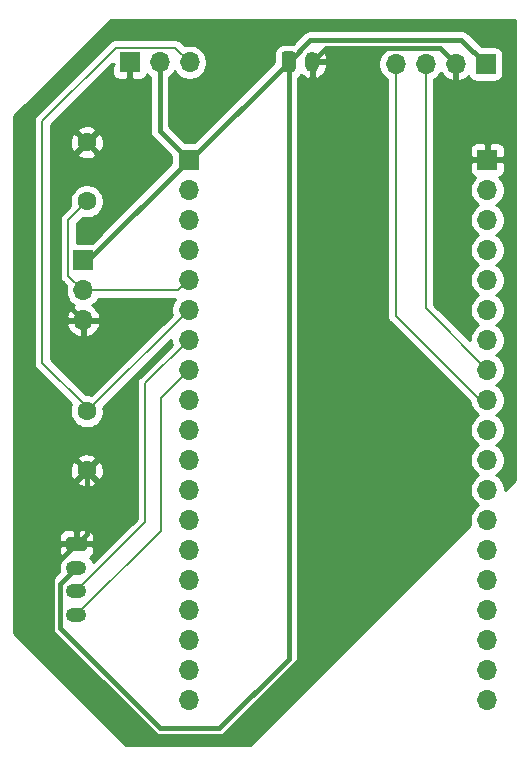
<source format=gtl>
G04 #@! TF.GenerationSoftware,KiCad,Pcbnew,5.1.10*
G04 #@! TF.CreationDate,2021-12-04T16:20:11-06:00*
G04 #@! TF.ProjectId,estacion-esp32,65737461-6369-46f6-9e2d-65737033322e,rev?*
G04 #@! TF.SameCoordinates,Original*
G04 #@! TF.FileFunction,Copper,L1,Top*
G04 #@! TF.FilePolarity,Positive*
%FSLAX46Y46*%
G04 Gerber Fmt 4.6, Leading zero omitted, Abs format (unit mm)*
G04 Created by KiCad (PCBNEW 5.1.10) date 2021-12-04 16:20:11*
%MOMM*%
%LPD*%
G01*
G04 APERTURE LIST*
G04 #@! TA.AperFunction,ComponentPad*
%ADD10C,1.600000*%
G04 #@! TD*
G04 #@! TA.AperFunction,ComponentPad*
%ADD11O,1.750000X1.200000*%
G04 #@! TD*
G04 #@! TA.AperFunction,ComponentPad*
%ADD12O,1.700000X1.700000*%
G04 #@! TD*
G04 #@! TA.AperFunction,ComponentPad*
%ADD13R,1.700000X1.700000*%
G04 #@! TD*
G04 #@! TA.AperFunction,ComponentPad*
%ADD14O,1.200000X1.750000*%
G04 #@! TD*
G04 #@! TA.AperFunction,ViaPad*
%ADD15C,0.800000*%
G04 #@! TD*
G04 #@! TA.AperFunction,Conductor*
%ADD16C,0.400000*%
G04 #@! TD*
G04 #@! TA.AperFunction,Conductor*
%ADD17C,0.200000*%
G04 #@! TD*
G04 #@! TA.AperFunction,Conductor*
%ADD18C,0.254000*%
G04 #@! TD*
G04 #@! TA.AperFunction,Conductor*
%ADD19C,0.100000*%
G04 #@! TD*
G04 APERTURE END LIST*
D10*
X132130800Y-98370400D03*
X132130800Y-93370400D03*
D11*
X131267200Y-110597200D03*
X131267200Y-108597200D03*
X131267200Y-106597200D03*
G04 #@! TA.AperFunction,ComponentPad*
G36*
G01*
X130642199Y-103997200D02*
X131892201Y-103997200D01*
G75*
G02*
X132142200Y-104247199I0J-249999D01*
G01*
X132142200Y-104947201D01*
G75*
G02*
X131892201Y-105197200I-249999J0D01*
G01*
X130642199Y-105197200D01*
G75*
G02*
X130392200Y-104947201I0J249999D01*
G01*
X130392200Y-104247199D01*
G75*
G02*
X130642199Y-103997200I249999J0D01*
G01*
G37*
G04 #@! TD.AperFunction*
D12*
X158292800Y-63957200D03*
X160832800Y-63957200D03*
X163372800Y-63957200D03*
D13*
X165912800Y-63957200D03*
D12*
X140779500Y-117792500D03*
X140779500Y-115252500D03*
X140779500Y-112712500D03*
X140779500Y-110172500D03*
X140779500Y-107632500D03*
X140779500Y-105092500D03*
X140779500Y-102552500D03*
X140779500Y-100012500D03*
X140779500Y-97472500D03*
X140779500Y-94932500D03*
X140779500Y-92392500D03*
X140779500Y-89852500D03*
X140779500Y-87312500D03*
X140779500Y-84772500D03*
X140779500Y-82232500D03*
X140779500Y-79692500D03*
X140779500Y-77152500D03*
X140779500Y-74612500D03*
D13*
X140779500Y-72072500D03*
X135763000Y-63817500D03*
D12*
X138303000Y-63817500D03*
X140843000Y-63817500D03*
G04 #@! TA.AperFunction,ComponentPad*
G36*
G01*
X148625000Y-64379001D02*
X148625000Y-63128999D01*
G75*
G02*
X148874999Y-62879000I249999J0D01*
G01*
X149575001Y-62879000D01*
G75*
G02*
X149825000Y-63128999I0J-249999D01*
G01*
X149825000Y-64379001D01*
G75*
G02*
X149575001Y-64629000I-249999J0D01*
G01*
X148874999Y-64629000D01*
G75*
G02*
X148625000Y-64379001I0J249999D01*
G01*
G37*
G04 #@! TD.AperFunction*
D14*
X151225000Y-63754000D03*
D10*
X132130800Y-75590400D03*
X132130800Y-70590400D03*
D12*
X166052500Y-117792500D03*
X166052500Y-115252500D03*
X166052500Y-112712500D03*
X166052500Y-110172500D03*
X166052500Y-107632500D03*
X166052500Y-105092500D03*
X166052500Y-102552500D03*
X166052500Y-100012500D03*
X166052500Y-97472500D03*
X166052500Y-94932500D03*
X166052500Y-92392500D03*
X166052500Y-89852500D03*
X166052500Y-87312500D03*
X166052500Y-84772500D03*
X166052500Y-82232500D03*
X166052500Y-79692500D03*
X166052500Y-77152500D03*
X166052500Y-74612500D03*
D13*
X166052500Y-72072500D03*
D12*
X131826500Y-85661500D03*
X131826500Y-83121500D03*
D13*
X131826500Y-80581500D03*
D15*
X135699500Y-68427600D03*
D16*
X140779500Y-72072500D02*
X140906500Y-72072500D01*
X140906500Y-72072500D02*
X149225000Y-63754000D01*
X138303000Y-69596000D02*
X140779500Y-72072500D01*
X138303000Y-63817500D02*
X138303000Y-69596000D01*
X129892191Y-107972209D02*
X131267200Y-106597200D01*
X129892191Y-111731190D02*
X129892191Y-107972209D01*
X138353801Y-120192800D02*
X129892191Y-111731190D01*
X149225000Y-63754000D02*
X149225000Y-114300000D01*
X143332200Y-120192800D02*
X138353801Y-120192800D01*
X149225000Y-114300000D02*
X143332200Y-120192800D01*
X132270500Y-80581500D02*
X140779500Y-72072500D01*
X131826500Y-80581500D02*
X132270500Y-80581500D01*
X149225000Y-63754000D02*
X151071812Y-61907188D01*
X151071812Y-61907188D02*
X163862788Y-61907188D01*
X163862788Y-61907188D02*
X165912800Y-63957200D01*
X151410499Y-63939499D02*
X151225000Y-63754000D01*
X166052500Y-72072500D02*
X166248001Y-71876999D01*
X135763000Y-63817500D02*
X135763000Y-68364100D01*
X132130800Y-70590400D02*
X134293600Y-68427600D01*
X135763000Y-68364100D02*
X135699500Y-68427600D01*
X134293600Y-68427600D02*
X135699500Y-68427600D01*
X151225000Y-113341400D02*
X151225000Y-63754000D01*
X143673589Y-120892811D02*
X151225000Y-113341400D01*
X138063847Y-120892811D02*
X143673589Y-120892811D01*
X129192180Y-112021144D02*
X138063847Y-120892811D01*
X129192180Y-106672220D02*
X129192180Y-112021144D01*
X131267200Y-104597200D02*
X129192180Y-106672220D01*
X129590800Y-73130400D02*
X129590800Y-83425800D01*
X129590800Y-83425800D02*
X131826500Y-85661500D01*
X132130800Y-70590400D02*
X129590800Y-73130400D01*
X163372800Y-70642800D02*
X163372800Y-63957200D01*
X164802500Y-72072500D02*
X163372800Y-70642800D01*
X166052500Y-72072500D02*
X164802500Y-72072500D01*
X152371801Y-62607199D02*
X151225000Y-63754000D01*
X162022799Y-62607199D02*
X152371801Y-62607199D01*
X163372800Y-63957200D02*
X162022799Y-62607199D01*
X132130800Y-103733600D02*
X131267200Y-104597200D01*
X132130800Y-98370400D02*
X132130800Y-103733600D01*
D17*
X140779500Y-82558502D02*
X140779500Y-82232500D01*
X130576499Y-81871499D02*
X131826500Y-83121500D01*
X130576499Y-77144701D02*
X130576499Y-81871499D01*
X132130800Y-75590400D02*
X130576499Y-77144701D01*
X139890500Y-83121500D02*
X140779500Y-82232500D01*
X131826500Y-83121500D02*
X139890500Y-83121500D01*
X140843000Y-63817500D02*
X140906500Y-63817500D01*
X140728700Y-84772500D02*
X140779500Y-84772500D01*
X140843000Y-63817500D02*
X139592999Y-62567499D01*
X139592999Y-62567499D02*
X134592999Y-62567499D01*
X134592999Y-62567499D02*
X128371600Y-68788898D01*
X128371600Y-68788898D02*
X128371600Y-89255600D01*
X132181600Y-93370400D02*
X132130800Y-93370400D01*
X132130800Y-93014800D02*
X132130800Y-93370400D01*
X128371600Y-89255600D02*
X132130800Y-93014800D01*
X140779500Y-84772500D02*
X132181600Y-93370400D01*
X158292800Y-85285798D02*
X158292800Y-63957200D01*
X165399502Y-92392500D02*
X158292800Y-85285798D01*
X166052500Y-92392500D02*
X165399502Y-92392500D01*
X160832800Y-84632800D02*
X160832800Y-63957200D01*
X166052500Y-89852500D02*
X160832800Y-84632800D01*
X140779500Y-87312500D02*
X137096500Y-90995500D01*
X137096500Y-102767900D02*
X131267200Y-108597200D01*
X137096500Y-90995500D02*
X137096500Y-102767900D01*
X131287000Y-110597200D02*
X131267200Y-110597200D01*
X138404600Y-103459800D02*
X131267200Y-110597200D01*
X138404600Y-92227400D02*
X138404600Y-103459800D01*
X140779500Y-89852500D02*
X138404600Y-92227400D01*
D18*
X168376600Y-99210594D02*
X167537500Y-100049694D01*
X167537500Y-99866240D01*
X167480432Y-99579342D01*
X167368490Y-99309089D01*
X167205975Y-99065868D01*
X166999132Y-98859025D01*
X166824740Y-98742500D01*
X166999132Y-98625975D01*
X167205975Y-98419132D01*
X167368490Y-98175911D01*
X167480432Y-97905658D01*
X167537500Y-97618760D01*
X167537500Y-97326240D01*
X167480432Y-97039342D01*
X167368490Y-96769089D01*
X167205975Y-96525868D01*
X166999132Y-96319025D01*
X166824740Y-96202500D01*
X166999132Y-96085975D01*
X167205975Y-95879132D01*
X167368490Y-95635911D01*
X167480432Y-95365658D01*
X167537500Y-95078760D01*
X167537500Y-94786240D01*
X167480432Y-94499342D01*
X167368490Y-94229089D01*
X167205975Y-93985868D01*
X166999132Y-93779025D01*
X166824740Y-93662500D01*
X166999132Y-93545975D01*
X167205975Y-93339132D01*
X167368490Y-93095911D01*
X167480432Y-92825658D01*
X167537500Y-92538760D01*
X167537500Y-92246240D01*
X167480432Y-91959342D01*
X167368490Y-91689089D01*
X167205975Y-91445868D01*
X166999132Y-91239025D01*
X166824740Y-91122500D01*
X166999132Y-91005975D01*
X167205975Y-90799132D01*
X167368490Y-90555911D01*
X167480432Y-90285658D01*
X167537500Y-89998760D01*
X167537500Y-89706240D01*
X167480432Y-89419342D01*
X167368490Y-89149089D01*
X167205975Y-88905868D01*
X166999132Y-88699025D01*
X166824740Y-88582500D01*
X166999132Y-88465975D01*
X167205975Y-88259132D01*
X167368490Y-88015911D01*
X167480432Y-87745658D01*
X167537500Y-87458760D01*
X167537500Y-87166240D01*
X167480432Y-86879342D01*
X167368490Y-86609089D01*
X167205975Y-86365868D01*
X166999132Y-86159025D01*
X166824740Y-86042500D01*
X166999132Y-85925975D01*
X167205975Y-85719132D01*
X167368490Y-85475911D01*
X167480432Y-85205658D01*
X167537500Y-84918760D01*
X167537500Y-84626240D01*
X167480432Y-84339342D01*
X167368490Y-84069089D01*
X167205975Y-83825868D01*
X166999132Y-83619025D01*
X166824740Y-83502500D01*
X166999132Y-83385975D01*
X167205975Y-83179132D01*
X167368490Y-82935911D01*
X167480432Y-82665658D01*
X167537500Y-82378760D01*
X167537500Y-82086240D01*
X167480432Y-81799342D01*
X167368490Y-81529089D01*
X167205975Y-81285868D01*
X166999132Y-81079025D01*
X166824740Y-80962500D01*
X166999132Y-80845975D01*
X167205975Y-80639132D01*
X167368490Y-80395911D01*
X167480432Y-80125658D01*
X167537500Y-79838760D01*
X167537500Y-79546240D01*
X167480432Y-79259342D01*
X167368490Y-78989089D01*
X167205975Y-78745868D01*
X166999132Y-78539025D01*
X166824740Y-78422500D01*
X166999132Y-78305975D01*
X167205975Y-78099132D01*
X167368490Y-77855911D01*
X167480432Y-77585658D01*
X167537500Y-77298760D01*
X167537500Y-77006240D01*
X167480432Y-76719342D01*
X167368490Y-76449089D01*
X167205975Y-76205868D01*
X166999132Y-75999025D01*
X166824740Y-75882500D01*
X166999132Y-75765975D01*
X167205975Y-75559132D01*
X167368490Y-75315911D01*
X167480432Y-75045658D01*
X167537500Y-74758760D01*
X167537500Y-74466240D01*
X167480432Y-74179342D01*
X167368490Y-73909089D01*
X167205975Y-73665868D01*
X167074120Y-73534013D01*
X167146680Y-73512002D01*
X167256994Y-73453037D01*
X167353685Y-73373685D01*
X167433037Y-73276994D01*
X167492002Y-73166680D01*
X167528312Y-73046982D01*
X167540572Y-72922500D01*
X167537500Y-72358250D01*
X167378750Y-72199500D01*
X166179500Y-72199500D01*
X166179500Y-72219500D01*
X165925500Y-72219500D01*
X165925500Y-72199500D01*
X164726250Y-72199500D01*
X164567500Y-72358250D01*
X164564428Y-72922500D01*
X164576688Y-73046982D01*
X164612998Y-73166680D01*
X164671963Y-73276994D01*
X164751315Y-73373685D01*
X164848006Y-73453037D01*
X164958320Y-73512002D01*
X165030880Y-73534013D01*
X164899025Y-73665868D01*
X164736510Y-73909089D01*
X164624568Y-74179342D01*
X164567500Y-74466240D01*
X164567500Y-74758760D01*
X164624568Y-75045658D01*
X164736510Y-75315911D01*
X164899025Y-75559132D01*
X165105868Y-75765975D01*
X165280260Y-75882500D01*
X165105868Y-75999025D01*
X164899025Y-76205868D01*
X164736510Y-76449089D01*
X164624568Y-76719342D01*
X164567500Y-77006240D01*
X164567500Y-77298760D01*
X164624568Y-77585658D01*
X164736510Y-77855911D01*
X164899025Y-78099132D01*
X165105868Y-78305975D01*
X165280260Y-78422500D01*
X165105868Y-78539025D01*
X164899025Y-78745868D01*
X164736510Y-78989089D01*
X164624568Y-79259342D01*
X164567500Y-79546240D01*
X164567500Y-79838760D01*
X164624568Y-80125658D01*
X164736510Y-80395911D01*
X164899025Y-80639132D01*
X165105868Y-80845975D01*
X165280260Y-80962500D01*
X165105868Y-81079025D01*
X164899025Y-81285868D01*
X164736510Y-81529089D01*
X164624568Y-81799342D01*
X164567500Y-82086240D01*
X164567500Y-82378760D01*
X164624568Y-82665658D01*
X164736510Y-82935911D01*
X164899025Y-83179132D01*
X165105868Y-83385975D01*
X165280260Y-83502500D01*
X165105868Y-83619025D01*
X164899025Y-83825868D01*
X164736510Y-84069089D01*
X164624568Y-84339342D01*
X164567500Y-84626240D01*
X164567500Y-84918760D01*
X164624568Y-85205658D01*
X164736510Y-85475911D01*
X164899025Y-85719132D01*
X165105868Y-85925975D01*
X165280260Y-86042500D01*
X165105868Y-86159025D01*
X164899025Y-86365868D01*
X164736510Y-86609089D01*
X164624568Y-86879342D01*
X164567500Y-87166240D01*
X164567500Y-87328053D01*
X161567800Y-84328354D01*
X161567800Y-71222500D01*
X164564428Y-71222500D01*
X164567500Y-71786750D01*
X164726250Y-71945500D01*
X165925500Y-71945500D01*
X165925500Y-70746250D01*
X166179500Y-70746250D01*
X166179500Y-71945500D01*
X167378750Y-71945500D01*
X167537500Y-71786750D01*
X167540572Y-71222500D01*
X167528312Y-71098018D01*
X167492002Y-70978320D01*
X167433037Y-70868006D01*
X167353685Y-70771315D01*
X167256994Y-70691963D01*
X167146680Y-70632998D01*
X167026982Y-70596688D01*
X166902500Y-70584428D01*
X166338250Y-70587500D01*
X166179500Y-70746250D01*
X165925500Y-70746250D01*
X165766750Y-70587500D01*
X165202500Y-70584428D01*
X165078018Y-70596688D01*
X164958320Y-70632998D01*
X164848006Y-70691963D01*
X164751315Y-70771315D01*
X164671963Y-70868006D01*
X164612998Y-70978320D01*
X164576688Y-71098018D01*
X164564428Y-71222500D01*
X161567800Y-71222500D01*
X161567800Y-65252083D01*
X161779432Y-65110675D01*
X161986275Y-64903832D01*
X162107995Y-64721666D01*
X162177622Y-64838555D01*
X162372531Y-65054788D01*
X162605880Y-65228841D01*
X162868701Y-65354025D01*
X163015910Y-65398676D01*
X163245800Y-65277355D01*
X163245800Y-64084200D01*
X163225800Y-64084200D01*
X163225800Y-63830200D01*
X163245800Y-63830200D01*
X163245800Y-63810200D01*
X163499800Y-63810200D01*
X163499800Y-63830200D01*
X163519800Y-63830200D01*
X163519800Y-64084200D01*
X163499800Y-64084200D01*
X163499800Y-65277355D01*
X163729690Y-65398676D01*
X163876899Y-65354025D01*
X164139720Y-65228841D01*
X164373069Y-65054788D01*
X164448834Y-64970734D01*
X164473298Y-65051380D01*
X164532263Y-65161694D01*
X164611615Y-65258385D01*
X164708306Y-65337737D01*
X164818620Y-65396702D01*
X164938318Y-65433012D01*
X165062800Y-65445272D01*
X166762800Y-65445272D01*
X166887282Y-65433012D01*
X167006980Y-65396702D01*
X167117294Y-65337737D01*
X167213985Y-65258385D01*
X167293337Y-65161694D01*
X167352302Y-65051380D01*
X167388612Y-64931682D01*
X167400872Y-64807200D01*
X167400872Y-63107200D01*
X167388612Y-62982718D01*
X167352302Y-62863020D01*
X167293337Y-62752706D01*
X167213985Y-62656015D01*
X167117294Y-62576663D01*
X167006980Y-62517698D01*
X166887282Y-62481388D01*
X166762800Y-62469128D01*
X165605596Y-62469128D01*
X164482234Y-61345767D01*
X164456079Y-61313897D01*
X164328934Y-61209552D01*
X164183875Y-61132016D01*
X164026477Y-61084270D01*
X163903807Y-61072188D01*
X163903806Y-61072188D01*
X163862788Y-61068148D01*
X163821770Y-61072188D01*
X151112830Y-61072188D01*
X151071812Y-61068148D01*
X151030794Y-61072188D01*
X151030793Y-61072188D01*
X150908123Y-61084270D01*
X150750725Y-61132016D01*
X150605666Y-61209552D01*
X150478521Y-61313897D01*
X150452375Y-61345756D01*
X149557204Y-62240928D01*
X148874999Y-62240928D01*
X148701745Y-62257992D01*
X148535149Y-62308528D01*
X148381613Y-62390595D01*
X148247038Y-62501038D01*
X148136595Y-62635613D01*
X148054528Y-62789149D01*
X148003992Y-62955745D01*
X147986928Y-63128999D01*
X147986928Y-63811203D01*
X141213705Y-70584428D01*
X140472296Y-70584428D01*
X139138000Y-69250133D01*
X139138000Y-65045565D01*
X139249632Y-64970975D01*
X139456475Y-64764132D01*
X139573000Y-64589740D01*
X139689525Y-64764132D01*
X139896368Y-64970975D01*
X140139589Y-65133490D01*
X140409842Y-65245432D01*
X140696740Y-65302500D01*
X140989260Y-65302500D01*
X141276158Y-65245432D01*
X141546411Y-65133490D01*
X141789632Y-64970975D01*
X141996475Y-64764132D01*
X142158990Y-64520911D01*
X142270932Y-64250658D01*
X142328000Y-63963760D01*
X142328000Y-63671240D01*
X142270932Y-63384342D01*
X142158990Y-63114089D01*
X141996475Y-62870868D01*
X141789632Y-62664025D01*
X141546411Y-62501510D01*
X141276158Y-62389568D01*
X140989260Y-62332500D01*
X140696740Y-62332500D01*
X140447103Y-62382156D01*
X140138257Y-62073311D01*
X140115237Y-62045261D01*
X140003319Y-61953412D01*
X139875632Y-61885162D01*
X139737084Y-61843134D01*
X139629104Y-61832499D01*
X139592999Y-61828943D01*
X139556894Y-61832499D01*
X134629104Y-61832499D01*
X134592999Y-61828943D01*
X134556894Y-61832499D01*
X134448914Y-61843134D01*
X134310366Y-61885162D01*
X134182679Y-61953412D01*
X134070761Y-62045261D01*
X134047745Y-62073306D01*
X127877408Y-68243644D01*
X127849362Y-68266661D01*
X127757513Y-68378579D01*
X127689263Y-68506266D01*
X127659984Y-68602785D01*
X127647235Y-68644813D01*
X127633044Y-68788898D01*
X127636600Y-68825003D01*
X127636601Y-89219485D01*
X127633044Y-89255600D01*
X127647235Y-89399685D01*
X127689264Y-89538233D01*
X127757514Y-89665920D01*
X127849363Y-89777838D01*
X127877408Y-89800854D01*
X130832205Y-92755652D01*
X130750947Y-92951826D01*
X130695800Y-93229065D01*
X130695800Y-93511735D01*
X130750947Y-93788974D01*
X130859120Y-94050127D01*
X131016163Y-94285159D01*
X131216041Y-94485037D01*
X131451073Y-94642080D01*
X131712226Y-94750253D01*
X131989465Y-94805400D01*
X132272135Y-94805400D01*
X132549374Y-94750253D01*
X132810527Y-94642080D01*
X133045559Y-94485037D01*
X133245437Y-94285159D01*
X133402480Y-94050127D01*
X133510653Y-93788974D01*
X133565800Y-93511735D01*
X133565800Y-93229065D01*
X133532050Y-93059396D01*
X139294500Y-87296947D01*
X139294500Y-87458760D01*
X139344156Y-87708397D01*
X136602308Y-90450246D01*
X136574262Y-90473263D01*
X136482413Y-90585181D01*
X136414163Y-90712868D01*
X136387995Y-90799132D01*
X136372135Y-90851415D01*
X136357944Y-90995500D01*
X136361500Y-91031605D01*
X136361501Y-102463452D01*
X132691956Y-106132997D01*
X132688711Y-106122299D01*
X132574033Y-105907751D01*
X132447764Y-105753891D01*
X132496694Y-105727737D01*
X132593385Y-105648385D01*
X132672737Y-105551694D01*
X132731702Y-105441380D01*
X132768012Y-105321682D01*
X132780272Y-105197200D01*
X132777200Y-104882950D01*
X132618450Y-104724200D01*
X131394200Y-104724200D01*
X131394200Y-104744200D01*
X131140200Y-104744200D01*
X131140200Y-104724200D01*
X129915950Y-104724200D01*
X129757200Y-104882950D01*
X129754128Y-105197200D01*
X129766388Y-105321682D01*
X129802698Y-105441380D01*
X129861663Y-105551694D01*
X129941015Y-105648385D01*
X130037706Y-105727737D01*
X130086636Y-105753891D01*
X129960367Y-105907751D01*
X129845689Y-106122299D01*
X129775070Y-106355098D01*
X129751225Y-106597200D01*
X129775070Y-106839302D01*
X129791167Y-106892366D01*
X129330765Y-107352768D01*
X129298901Y-107378918D01*
X129272753Y-107410780D01*
X129194555Y-107506064D01*
X129117019Y-107651123D01*
X129069273Y-107808521D01*
X129053151Y-107972209D01*
X129057192Y-108013237D01*
X129057191Y-111690171D01*
X129053151Y-111731190D01*
X129057191Y-111772208D01*
X129069273Y-111894878D01*
X129117019Y-112052276D01*
X129194555Y-112197335D01*
X129298900Y-112324481D01*
X129330770Y-112350636D01*
X137734364Y-120754232D01*
X137760510Y-120786091D01*
X137887655Y-120890436D01*
X138032714Y-120967972D01*
X138190112Y-121015718D01*
X138312782Y-121027800D01*
X138312783Y-121027800D01*
X138353801Y-121031840D01*
X138394819Y-121027800D01*
X143291182Y-121027800D01*
X143332200Y-121031840D01*
X143373218Y-121027800D01*
X143373219Y-121027800D01*
X143495889Y-121015718D01*
X143653287Y-120967972D01*
X143798346Y-120890436D01*
X143925491Y-120786091D01*
X143951646Y-120754221D01*
X149786432Y-114919437D01*
X149818291Y-114893291D01*
X149922636Y-114766146D01*
X150000172Y-114621087D01*
X150047918Y-114463689D01*
X150060000Y-114341019D01*
X150060000Y-114341018D01*
X150064040Y-114300000D01*
X150060000Y-114258982D01*
X150060000Y-65121888D01*
X150068387Y-65117405D01*
X150202962Y-65006962D01*
X150313405Y-64872387D01*
X150315967Y-64867594D01*
X150441526Y-64992078D01*
X150644467Y-65126421D01*
X150869718Y-65218591D01*
X150907391Y-65222462D01*
X151098000Y-65097731D01*
X151098000Y-63881000D01*
X151352000Y-63881000D01*
X151352000Y-65097731D01*
X151542609Y-65222462D01*
X151580282Y-65218591D01*
X151805533Y-65126421D01*
X152008474Y-64992078D01*
X152181307Y-64820725D01*
X152317390Y-64618946D01*
X152411493Y-64394496D01*
X152460000Y-64156000D01*
X152460000Y-63881000D01*
X151352000Y-63881000D01*
X151098000Y-63881000D01*
X151078000Y-63881000D01*
X151078000Y-63627000D01*
X151098000Y-63627000D01*
X151098000Y-63607000D01*
X151352000Y-63607000D01*
X151352000Y-63627000D01*
X152460000Y-63627000D01*
X152460000Y-63352000D01*
X152411493Y-63113504D01*
X152317390Y-62889054D01*
X152218341Y-62742188D01*
X157438265Y-62742188D01*
X157346168Y-62803725D01*
X157139325Y-63010568D01*
X156976810Y-63253789D01*
X156864868Y-63524042D01*
X156807800Y-63810940D01*
X156807800Y-64103460D01*
X156864868Y-64390358D01*
X156976810Y-64660611D01*
X157139325Y-64903832D01*
X157346168Y-65110675D01*
X157557801Y-65252084D01*
X157557800Y-85249693D01*
X157554244Y-85285798D01*
X157557800Y-85321902D01*
X157568435Y-85429882D01*
X157610463Y-85568430D01*
X157678713Y-85696117D01*
X157770562Y-85808035D01*
X157798608Y-85831052D01*
X164582693Y-92615138D01*
X164624568Y-92825658D01*
X164736510Y-93095911D01*
X164899025Y-93339132D01*
X165105868Y-93545975D01*
X165280260Y-93662500D01*
X165105868Y-93779025D01*
X164899025Y-93985868D01*
X164736510Y-94229089D01*
X164624568Y-94499342D01*
X164567500Y-94786240D01*
X164567500Y-95078760D01*
X164624568Y-95365658D01*
X164736510Y-95635911D01*
X164899025Y-95879132D01*
X165105868Y-96085975D01*
X165280260Y-96202500D01*
X165105868Y-96319025D01*
X164899025Y-96525868D01*
X164736510Y-96769089D01*
X164624568Y-97039342D01*
X164567500Y-97326240D01*
X164567500Y-97618760D01*
X164624568Y-97905658D01*
X164736510Y-98175911D01*
X164899025Y-98419132D01*
X165105868Y-98625975D01*
X165280260Y-98742500D01*
X165105868Y-98859025D01*
X164899025Y-99065868D01*
X164736510Y-99309089D01*
X164624568Y-99579342D01*
X164567500Y-99866240D01*
X164567500Y-100158760D01*
X164624568Y-100445658D01*
X164736510Y-100715911D01*
X164899025Y-100959132D01*
X165105868Y-101165975D01*
X165280260Y-101282500D01*
X165105868Y-101399025D01*
X164899025Y-101605868D01*
X164736510Y-101849089D01*
X164624568Y-102119342D01*
X164567500Y-102406240D01*
X164567500Y-102698760D01*
X164620747Y-102966447D01*
X145946594Y-121640600D01*
X135485406Y-121640600D01*
X125984000Y-112139194D01*
X125984000Y-103997200D01*
X129754128Y-103997200D01*
X129757200Y-104311450D01*
X129915950Y-104470200D01*
X131140200Y-104470200D01*
X131140200Y-103520950D01*
X131394200Y-103520950D01*
X131394200Y-104470200D01*
X132618450Y-104470200D01*
X132777200Y-104311450D01*
X132780272Y-103997200D01*
X132768012Y-103872718D01*
X132731702Y-103753020D01*
X132672737Y-103642706D01*
X132593385Y-103546015D01*
X132496694Y-103466663D01*
X132386380Y-103407698D01*
X132266682Y-103371388D01*
X132142200Y-103359128D01*
X131552950Y-103362200D01*
X131394200Y-103520950D01*
X131140200Y-103520950D01*
X130981450Y-103362200D01*
X130392200Y-103359128D01*
X130267718Y-103371388D01*
X130148020Y-103407698D01*
X130037706Y-103466663D01*
X129941015Y-103546015D01*
X129861663Y-103642706D01*
X129802698Y-103753020D01*
X129766388Y-103872718D01*
X129754128Y-103997200D01*
X125984000Y-103997200D01*
X125984000Y-99363102D01*
X131317703Y-99363102D01*
X131389286Y-99607071D01*
X131644796Y-99727971D01*
X131918984Y-99796700D01*
X132201312Y-99810617D01*
X132480930Y-99769187D01*
X132747092Y-99674003D01*
X132872314Y-99607071D01*
X132943897Y-99363102D01*
X132130800Y-98550005D01*
X131317703Y-99363102D01*
X125984000Y-99363102D01*
X125984000Y-98440912D01*
X130690583Y-98440912D01*
X130732013Y-98720530D01*
X130827197Y-98986692D01*
X130894129Y-99111914D01*
X131138098Y-99183497D01*
X131951195Y-98370400D01*
X132310405Y-98370400D01*
X133123502Y-99183497D01*
X133367471Y-99111914D01*
X133488371Y-98856404D01*
X133557100Y-98582216D01*
X133571017Y-98299888D01*
X133529587Y-98020270D01*
X133434403Y-97754108D01*
X133367471Y-97628886D01*
X133123502Y-97557303D01*
X132310405Y-98370400D01*
X131951195Y-98370400D01*
X131138098Y-97557303D01*
X130894129Y-97628886D01*
X130773229Y-97884396D01*
X130704500Y-98158584D01*
X130690583Y-98440912D01*
X125984000Y-98440912D01*
X125984000Y-97377698D01*
X131317703Y-97377698D01*
X132130800Y-98190795D01*
X132943897Y-97377698D01*
X132872314Y-97133729D01*
X132616804Y-97012829D01*
X132342616Y-96944100D01*
X132060288Y-96930183D01*
X131780670Y-96971613D01*
X131514508Y-97066797D01*
X131389286Y-97133729D01*
X131317703Y-97377698D01*
X125984000Y-97377698D01*
X125984000Y-68378606D01*
X134164606Y-60198000D01*
X168376600Y-60198000D01*
X168376600Y-99210594D01*
G04 #@! TA.AperFunction,Conductor*
D19*
G36*
X168376600Y-99210594D02*
G01*
X167537500Y-100049694D01*
X167537500Y-99866240D01*
X167480432Y-99579342D01*
X167368490Y-99309089D01*
X167205975Y-99065868D01*
X166999132Y-98859025D01*
X166824740Y-98742500D01*
X166999132Y-98625975D01*
X167205975Y-98419132D01*
X167368490Y-98175911D01*
X167480432Y-97905658D01*
X167537500Y-97618760D01*
X167537500Y-97326240D01*
X167480432Y-97039342D01*
X167368490Y-96769089D01*
X167205975Y-96525868D01*
X166999132Y-96319025D01*
X166824740Y-96202500D01*
X166999132Y-96085975D01*
X167205975Y-95879132D01*
X167368490Y-95635911D01*
X167480432Y-95365658D01*
X167537500Y-95078760D01*
X167537500Y-94786240D01*
X167480432Y-94499342D01*
X167368490Y-94229089D01*
X167205975Y-93985868D01*
X166999132Y-93779025D01*
X166824740Y-93662500D01*
X166999132Y-93545975D01*
X167205975Y-93339132D01*
X167368490Y-93095911D01*
X167480432Y-92825658D01*
X167537500Y-92538760D01*
X167537500Y-92246240D01*
X167480432Y-91959342D01*
X167368490Y-91689089D01*
X167205975Y-91445868D01*
X166999132Y-91239025D01*
X166824740Y-91122500D01*
X166999132Y-91005975D01*
X167205975Y-90799132D01*
X167368490Y-90555911D01*
X167480432Y-90285658D01*
X167537500Y-89998760D01*
X167537500Y-89706240D01*
X167480432Y-89419342D01*
X167368490Y-89149089D01*
X167205975Y-88905868D01*
X166999132Y-88699025D01*
X166824740Y-88582500D01*
X166999132Y-88465975D01*
X167205975Y-88259132D01*
X167368490Y-88015911D01*
X167480432Y-87745658D01*
X167537500Y-87458760D01*
X167537500Y-87166240D01*
X167480432Y-86879342D01*
X167368490Y-86609089D01*
X167205975Y-86365868D01*
X166999132Y-86159025D01*
X166824740Y-86042500D01*
X166999132Y-85925975D01*
X167205975Y-85719132D01*
X167368490Y-85475911D01*
X167480432Y-85205658D01*
X167537500Y-84918760D01*
X167537500Y-84626240D01*
X167480432Y-84339342D01*
X167368490Y-84069089D01*
X167205975Y-83825868D01*
X166999132Y-83619025D01*
X166824740Y-83502500D01*
X166999132Y-83385975D01*
X167205975Y-83179132D01*
X167368490Y-82935911D01*
X167480432Y-82665658D01*
X167537500Y-82378760D01*
X167537500Y-82086240D01*
X167480432Y-81799342D01*
X167368490Y-81529089D01*
X167205975Y-81285868D01*
X166999132Y-81079025D01*
X166824740Y-80962500D01*
X166999132Y-80845975D01*
X167205975Y-80639132D01*
X167368490Y-80395911D01*
X167480432Y-80125658D01*
X167537500Y-79838760D01*
X167537500Y-79546240D01*
X167480432Y-79259342D01*
X167368490Y-78989089D01*
X167205975Y-78745868D01*
X166999132Y-78539025D01*
X166824740Y-78422500D01*
X166999132Y-78305975D01*
X167205975Y-78099132D01*
X167368490Y-77855911D01*
X167480432Y-77585658D01*
X167537500Y-77298760D01*
X167537500Y-77006240D01*
X167480432Y-76719342D01*
X167368490Y-76449089D01*
X167205975Y-76205868D01*
X166999132Y-75999025D01*
X166824740Y-75882500D01*
X166999132Y-75765975D01*
X167205975Y-75559132D01*
X167368490Y-75315911D01*
X167480432Y-75045658D01*
X167537500Y-74758760D01*
X167537500Y-74466240D01*
X167480432Y-74179342D01*
X167368490Y-73909089D01*
X167205975Y-73665868D01*
X167074120Y-73534013D01*
X167146680Y-73512002D01*
X167256994Y-73453037D01*
X167353685Y-73373685D01*
X167433037Y-73276994D01*
X167492002Y-73166680D01*
X167528312Y-73046982D01*
X167540572Y-72922500D01*
X167537500Y-72358250D01*
X167378750Y-72199500D01*
X166179500Y-72199500D01*
X166179500Y-72219500D01*
X165925500Y-72219500D01*
X165925500Y-72199500D01*
X164726250Y-72199500D01*
X164567500Y-72358250D01*
X164564428Y-72922500D01*
X164576688Y-73046982D01*
X164612998Y-73166680D01*
X164671963Y-73276994D01*
X164751315Y-73373685D01*
X164848006Y-73453037D01*
X164958320Y-73512002D01*
X165030880Y-73534013D01*
X164899025Y-73665868D01*
X164736510Y-73909089D01*
X164624568Y-74179342D01*
X164567500Y-74466240D01*
X164567500Y-74758760D01*
X164624568Y-75045658D01*
X164736510Y-75315911D01*
X164899025Y-75559132D01*
X165105868Y-75765975D01*
X165280260Y-75882500D01*
X165105868Y-75999025D01*
X164899025Y-76205868D01*
X164736510Y-76449089D01*
X164624568Y-76719342D01*
X164567500Y-77006240D01*
X164567500Y-77298760D01*
X164624568Y-77585658D01*
X164736510Y-77855911D01*
X164899025Y-78099132D01*
X165105868Y-78305975D01*
X165280260Y-78422500D01*
X165105868Y-78539025D01*
X164899025Y-78745868D01*
X164736510Y-78989089D01*
X164624568Y-79259342D01*
X164567500Y-79546240D01*
X164567500Y-79838760D01*
X164624568Y-80125658D01*
X164736510Y-80395911D01*
X164899025Y-80639132D01*
X165105868Y-80845975D01*
X165280260Y-80962500D01*
X165105868Y-81079025D01*
X164899025Y-81285868D01*
X164736510Y-81529089D01*
X164624568Y-81799342D01*
X164567500Y-82086240D01*
X164567500Y-82378760D01*
X164624568Y-82665658D01*
X164736510Y-82935911D01*
X164899025Y-83179132D01*
X165105868Y-83385975D01*
X165280260Y-83502500D01*
X165105868Y-83619025D01*
X164899025Y-83825868D01*
X164736510Y-84069089D01*
X164624568Y-84339342D01*
X164567500Y-84626240D01*
X164567500Y-84918760D01*
X164624568Y-85205658D01*
X164736510Y-85475911D01*
X164899025Y-85719132D01*
X165105868Y-85925975D01*
X165280260Y-86042500D01*
X165105868Y-86159025D01*
X164899025Y-86365868D01*
X164736510Y-86609089D01*
X164624568Y-86879342D01*
X164567500Y-87166240D01*
X164567500Y-87328053D01*
X161567800Y-84328354D01*
X161567800Y-71222500D01*
X164564428Y-71222500D01*
X164567500Y-71786750D01*
X164726250Y-71945500D01*
X165925500Y-71945500D01*
X165925500Y-70746250D01*
X166179500Y-70746250D01*
X166179500Y-71945500D01*
X167378750Y-71945500D01*
X167537500Y-71786750D01*
X167540572Y-71222500D01*
X167528312Y-71098018D01*
X167492002Y-70978320D01*
X167433037Y-70868006D01*
X167353685Y-70771315D01*
X167256994Y-70691963D01*
X167146680Y-70632998D01*
X167026982Y-70596688D01*
X166902500Y-70584428D01*
X166338250Y-70587500D01*
X166179500Y-70746250D01*
X165925500Y-70746250D01*
X165766750Y-70587500D01*
X165202500Y-70584428D01*
X165078018Y-70596688D01*
X164958320Y-70632998D01*
X164848006Y-70691963D01*
X164751315Y-70771315D01*
X164671963Y-70868006D01*
X164612998Y-70978320D01*
X164576688Y-71098018D01*
X164564428Y-71222500D01*
X161567800Y-71222500D01*
X161567800Y-65252083D01*
X161779432Y-65110675D01*
X161986275Y-64903832D01*
X162107995Y-64721666D01*
X162177622Y-64838555D01*
X162372531Y-65054788D01*
X162605880Y-65228841D01*
X162868701Y-65354025D01*
X163015910Y-65398676D01*
X163245800Y-65277355D01*
X163245800Y-64084200D01*
X163225800Y-64084200D01*
X163225800Y-63830200D01*
X163245800Y-63830200D01*
X163245800Y-63810200D01*
X163499800Y-63810200D01*
X163499800Y-63830200D01*
X163519800Y-63830200D01*
X163519800Y-64084200D01*
X163499800Y-64084200D01*
X163499800Y-65277355D01*
X163729690Y-65398676D01*
X163876899Y-65354025D01*
X164139720Y-65228841D01*
X164373069Y-65054788D01*
X164448834Y-64970734D01*
X164473298Y-65051380D01*
X164532263Y-65161694D01*
X164611615Y-65258385D01*
X164708306Y-65337737D01*
X164818620Y-65396702D01*
X164938318Y-65433012D01*
X165062800Y-65445272D01*
X166762800Y-65445272D01*
X166887282Y-65433012D01*
X167006980Y-65396702D01*
X167117294Y-65337737D01*
X167213985Y-65258385D01*
X167293337Y-65161694D01*
X167352302Y-65051380D01*
X167388612Y-64931682D01*
X167400872Y-64807200D01*
X167400872Y-63107200D01*
X167388612Y-62982718D01*
X167352302Y-62863020D01*
X167293337Y-62752706D01*
X167213985Y-62656015D01*
X167117294Y-62576663D01*
X167006980Y-62517698D01*
X166887282Y-62481388D01*
X166762800Y-62469128D01*
X165605596Y-62469128D01*
X164482234Y-61345767D01*
X164456079Y-61313897D01*
X164328934Y-61209552D01*
X164183875Y-61132016D01*
X164026477Y-61084270D01*
X163903807Y-61072188D01*
X163903806Y-61072188D01*
X163862788Y-61068148D01*
X163821770Y-61072188D01*
X151112830Y-61072188D01*
X151071812Y-61068148D01*
X151030794Y-61072188D01*
X151030793Y-61072188D01*
X150908123Y-61084270D01*
X150750725Y-61132016D01*
X150605666Y-61209552D01*
X150478521Y-61313897D01*
X150452375Y-61345756D01*
X149557204Y-62240928D01*
X148874999Y-62240928D01*
X148701745Y-62257992D01*
X148535149Y-62308528D01*
X148381613Y-62390595D01*
X148247038Y-62501038D01*
X148136595Y-62635613D01*
X148054528Y-62789149D01*
X148003992Y-62955745D01*
X147986928Y-63128999D01*
X147986928Y-63811203D01*
X141213705Y-70584428D01*
X140472296Y-70584428D01*
X139138000Y-69250133D01*
X139138000Y-65045565D01*
X139249632Y-64970975D01*
X139456475Y-64764132D01*
X139573000Y-64589740D01*
X139689525Y-64764132D01*
X139896368Y-64970975D01*
X140139589Y-65133490D01*
X140409842Y-65245432D01*
X140696740Y-65302500D01*
X140989260Y-65302500D01*
X141276158Y-65245432D01*
X141546411Y-65133490D01*
X141789632Y-64970975D01*
X141996475Y-64764132D01*
X142158990Y-64520911D01*
X142270932Y-64250658D01*
X142328000Y-63963760D01*
X142328000Y-63671240D01*
X142270932Y-63384342D01*
X142158990Y-63114089D01*
X141996475Y-62870868D01*
X141789632Y-62664025D01*
X141546411Y-62501510D01*
X141276158Y-62389568D01*
X140989260Y-62332500D01*
X140696740Y-62332500D01*
X140447103Y-62382156D01*
X140138257Y-62073311D01*
X140115237Y-62045261D01*
X140003319Y-61953412D01*
X139875632Y-61885162D01*
X139737084Y-61843134D01*
X139629104Y-61832499D01*
X139592999Y-61828943D01*
X139556894Y-61832499D01*
X134629104Y-61832499D01*
X134592999Y-61828943D01*
X134556894Y-61832499D01*
X134448914Y-61843134D01*
X134310366Y-61885162D01*
X134182679Y-61953412D01*
X134070761Y-62045261D01*
X134047745Y-62073306D01*
X127877408Y-68243644D01*
X127849362Y-68266661D01*
X127757513Y-68378579D01*
X127689263Y-68506266D01*
X127659984Y-68602785D01*
X127647235Y-68644813D01*
X127633044Y-68788898D01*
X127636600Y-68825003D01*
X127636601Y-89219485D01*
X127633044Y-89255600D01*
X127647235Y-89399685D01*
X127689264Y-89538233D01*
X127757514Y-89665920D01*
X127849363Y-89777838D01*
X127877408Y-89800854D01*
X130832205Y-92755652D01*
X130750947Y-92951826D01*
X130695800Y-93229065D01*
X130695800Y-93511735D01*
X130750947Y-93788974D01*
X130859120Y-94050127D01*
X131016163Y-94285159D01*
X131216041Y-94485037D01*
X131451073Y-94642080D01*
X131712226Y-94750253D01*
X131989465Y-94805400D01*
X132272135Y-94805400D01*
X132549374Y-94750253D01*
X132810527Y-94642080D01*
X133045559Y-94485037D01*
X133245437Y-94285159D01*
X133402480Y-94050127D01*
X133510653Y-93788974D01*
X133565800Y-93511735D01*
X133565800Y-93229065D01*
X133532050Y-93059396D01*
X139294500Y-87296947D01*
X139294500Y-87458760D01*
X139344156Y-87708397D01*
X136602308Y-90450246D01*
X136574262Y-90473263D01*
X136482413Y-90585181D01*
X136414163Y-90712868D01*
X136387995Y-90799132D01*
X136372135Y-90851415D01*
X136357944Y-90995500D01*
X136361500Y-91031605D01*
X136361501Y-102463452D01*
X132691956Y-106132997D01*
X132688711Y-106122299D01*
X132574033Y-105907751D01*
X132447764Y-105753891D01*
X132496694Y-105727737D01*
X132593385Y-105648385D01*
X132672737Y-105551694D01*
X132731702Y-105441380D01*
X132768012Y-105321682D01*
X132780272Y-105197200D01*
X132777200Y-104882950D01*
X132618450Y-104724200D01*
X131394200Y-104724200D01*
X131394200Y-104744200D01*
X131140200Y-104744200D01*
X131140200Y-104724200D01*
X129915950Y-104724200D01*
X129757200Y-104882950D01*
X129754128Y-105197200D01*
X129766388Y-105321682D01*
X129802698Y-105441380D01*
X129861663Y-105551694D01*
X129941015Y-105648385D01*
X130037706Y-105727737D01*
X130086636Y-105753891D01*
X129960367Y-105907751D01*
X129845689Y-106122299D01*
X129775070Y-106355098D01*
X129751225Y-106597200D01*
X129775070Y-106839302D01*
X129791167Y-106892366D01*
X129330765Y-107352768D01*
X129298901Y-107378918D01*
X129272753Y-107410780D01*
X129194555Y-107506064D01*
X129117019Y-107651123D01*
X129069273Y-107808521D01*
X129053151Y-107972209D01*
X129057192Y-108013237D01*
X129057191Y-111690171D01*
X129053151Y-111731190D01*
X129057191Y-111772208D01*
X129069273Y-111894878D01*
X129117019Y-112052276D01*
X129194555Y-112197335D01*
X129298900Y-112324481D01*
X129330770Y-112350636D01*
X137734364Y-120754232D01*
X137760510Y-120786091D01*
X137887655Y-120890436D01*
X138032714Y-120967972D01*
X138190112Y-121015718D01*
X138312782Y-121027800D01*
X138312783Y-121027800D01*
X138353801Y-121031840D01*
X138394819Y-121027800D01*
X143291182Y-121027800D01*
X143332200Y-121031840D01*
X143373218Y-121027800D01*
X143373219Y-121027800D01*
X143495889Y-121015718D01*
X143653287Y-120967972D01*
X143798346Y-120890436D01*
X143925491Y-120786091D01*
X143951646Y-120754221D01*
X149786432Y-114919437D01*
X149818291Y-114893291D01*
X149922636Y-114766146D01*
X150000172Y-114621087D01*
X150047918Y-114463689D01*
X150060000Y-114341019D01*
X150060000Y-114341018D01*
X150064040Y-114300000D01*
X150060000Y-114258982D01*
X150060000Y-65121888D01*
X150068387Y-65117405D01*
X150202962Y-65006962D01*
X150313405Y-64872387D01*
X150315967Y-64867594D01*
X150441526Y-64992078D01*
X150644467Y-65126421D01*
X150869718Y-65218591D01*
X150907391Y-65222462D01*
X151098000Y-65097731D01*
X151098000Y-63881000D01*
X151352000Y-63881000D01*
X151352000Y-65097731D01*
X151542609Y-65222462D01*
X151580282Y-65218591D01*
X151805533Y-65126421D01*
X152008474Y-64992078D01*
X152181307Y-64820725D01*
X152317390Y-64618946D01*
X152411493Y-64394496D01*
X152460000Y-64156000D01*
X152460000Y-63881000D01*
X151352000Y-63881000D01*
X151098000Y-63881000D01*
X151078000Y-63881000D01*
X151078000Y-63627000D01*
X151098000Y-63627000D01*
X151098000Y-63607000D01*
X151352000Y-63607000D01*
X151352000Y-63627000D01*
X152460000Y-63627000D01*
X152460000Y-63352000D01*
X152411493Y-63113504D01*
X152317390Y-62889054D01*
X152218341Y-62742188D01*
X157438265Y-62742188D01*
X157346168Y-62803725D01*
X157139325Y-63010568D01*
X156976810Y-63253789D01*
X156864868Y-63524042D01*
X156807800Y-63810940D01*
X156807800Y-64103460D01*
X156864868Y-64390358D01*
X156976810Y-64660611D01*
X157139325Y-64903832D01*
X157346168Y-65110675D01*
X157557801Y-65252084D01*
X157557800Y-85249693D01*
X157554244Y-85285798D01*
X157557800Y-85321902D01*
X157568435Y-85429882D01*
X157610463Y-85568430D01*
X157678713Y-85696117D01*
X157770562Y-85808035D01*
X157798608Y-85831052D01*
X164582693Y-92615138D01*
X164624568Y-92825658D01*
X164736510Y-93095911D01*
X164899025Y-93339132D01*
X165105868Y-93545975D01*
X165280260Y-93662500D01*
X165105868Y-93779025D01*
X164899025Y-93985868D01*
X164736510Y-94229089D01*
X164624568Y-94499342D01*
X164567500Y-94786240D01*
X164567500Y-95078760D01*
X164624568Y-95365658D01*
X164736510Y-95635911D01*
X164899025Y-95879132D01*
X165105868Y-96085975D01*
X165280260Y-96202500D01*
X165105868Y-96319025D01*
X164899025Y-96525868D01*
X164736510Y-96769089D01*
X164624568Y-97039342D01*
X164567500Y-97326240D01*
X164567500Y-97618760D01*
X164624568Y-97905658D01*
X164736510Y-98175911D01*
X164899025Y-98419132D01*
X165105868Y-98625975D01*
X165280260Y-98742500D01*
X165105868Y-98859025D01*
X164899025Y-99065868D01*
X164736510Y-99309089D01*
X164624568Y-99579342D01*
X164567500Y-99866240D01*
X164567500Y-100158760D01*
X164624568Y-100445658D01*
X164736510Y-100715911D01*
X164899025Y-100959132D01*
X165105868Y-101165975D01*
X165280260Y-101282500D01*
X165105868Y-101399025D01*
X164899025Y-101605868D01*
X164736510Y-101849089D01*
X164624568Y-102119342D01*
X164567500Y-102406240D01*
X164567500Y-102698760D01*
X164620747Y-102966447D01*
X145946594Y-121640600D01*
X135485406Y-121640600D01*
X125984000Y-112139194D01*
X125984000Y-103997200D01*
X129754128Y-103997200D01*
X129757200Y-104311450D01*
X129915950Y-104470200D01*
X131140200Y-104470200D01*
X131140200Y-103520950D01*
X131394200Y-103520950D01*
X131394200Y-104470200D01*
X132618450Y-104470200D01*
X132777200Y-104311450D01*
X132780272Y-103997200D01*
X132768012Y-103872718D01*
X132731702Y-103753020D01*
X132672737Y-103642706D01*
X132593385Y-103546015D01*
X132496694Y-103466663D01*
X132386380Y-103407698D01*
X132266682Y-103371388D01*
X132142200Y-103359128D01*
X131552950Y-103362200D01*
X131394200Y-103520950D01*
X131140200Y-103520950D01*
X130981450Y-103362200D01*
X130392200Y-103359128D01*
X130267718Y-103371388D01*
X130148020Y-103407698D01*
X130037706Y-103466663D01*
X129941015Y-103546015D01*
X129861663Y-103642706D01*
X129802698Y-103753020D01*
X129766388Y-103872718D01*
X129754128Y-103997200D01*
X125984000Y-103997200D01*
X125984000Y-99363102D01*
X131317703Y-99363102D01*
X131389286Y-99607071D01*
X131644796Y-99727971D01*
X131918984Y-99796700D01*
X132201312Y-99810617D01*
X132480930Y-99769187D01*
X132747092Y-99674003D01*
X132872314Y-99607071D01*
X132943897Y-99363102D01*
X132130800Y-98550005D01*
X131317703Y-99363102D01*
X125984000Y-99363102D01*
X125984000Y-98440912D01*
X130690583Y-98440912D01*
X130732013Y-98720530D01*
X130827197Y-98986692D01*
X130894129Y-99111914D01*
X131138098Y-99183497D01*
X131951195Y-98370400D01*
X132310405Y-98370400D01*
X133123502Y-99183497D01*
X133367471Y-99111914D01*
X133488371Y-98856404D01*
X133557100Y-98582216D01*
X133571017Y-98299888D01*
X133529587Y-98020270D01*
X133434403Y-97754108D01*
X133367471Y-97628886D01*
X133123502Y-97557303D01*
X132310405Y-98370400D01*
X131951195Y-98370400D01*
X131138098Y-97557303D01*
X130894129Y-97628886D01*
X130773229Y-97884396D01*
X130704500Y-98158584D01*
X130690583Y-98440912D01*
X125984000Y-98440912D01*
X125984000Y-97377698D01*
X131317703Y-97377698D01*
X132130800Y-98190795D01*
X132943897Y-97377698D01*
X132872314Y-97133729D01*
X132616804Y-97012829D01*
X132342616Y-96944100D01*
X132060288Y-96930183D01*
X131780670Y-96971613D01*
X131514508Y-97066797D01*
X131389286Y-97133729D01*
X131317703Y-97377698D01*
X125984000Y-97377698D01*
X125984000Y-68378606D01*
X134164606Y-60198000D01*
X168376600Y-60198000D01*
X168376600Y-99210594D01*
G37*
G04 #@! TD.AperFunction*
D18*
X135890000Y-63690500D02*
X135910000Y-63690500D01*
X135910000Y-63944500D01*
X135890000Y-63944500D01*
X135890000Y-65143750D01*
X136048750Y-65302500D01*
X136613000Y-65305572D01*
X136737482Y-65293312D01*
X136857180Y-65257002D01*
X136967494Y-65198037D01*
X137064185Y-65118685D01*
X137143537Y-65021994D01*
X137202502Y-64911680D01*
X137224513Y-64839120D01*
X137356368Y-64970975D01*
X137468000Y-65045565D01*
X137468001Y-69554972D01*
X137463960Y-69596000D01*
X137480082Y-69759688D01*
X137527828Y-69917086D01*
X137527829Y-69917087D01*
X137605365Y-70062146D01*
X137709710Y-70189291D01*
X137741574Y-70215441D01*
X139291428Y-71765296D01*
X139291428Y-72379704D01*
X132577705Y-79093428D01*
X131311499Y-79093428D01*
X131311499Y-77449147D01*
X131777424Y-76983222D01*
X131989465Y-77025400D01*
X132272135Y-77025400D01*
X132549374Y-76970253D01*
X132810527Y-76862080D01*
X133045559Y-76705037D01*
X133245437Y-76505159D01*
X133402480Y-76270127D01*
X133510653Y-76008974D01*
X133565800Y-75731735D01*
X133565800Y-75449065D01*
X133510653Y-75171826D01*
X133402480Y-74910673D01*
X133245437Y-74675641D01*
X133045559Y-74475763D01*
X132810527Y-74318720D01*
X132549374Y-74210547D01*
X132272135Y-74155400D01*
X131989465Y-74155400D01*
X131712226Y-74210547D01*
X131451073Y-74318720D01*
X131216041Y-74475763D01*
X131016163Y-74675641D01*
X130859120Y-74910673D01*
X130750947Y-75171826D01*
X130695800Y-75449065D01*
X130695800Y-75731735D01*
X130737978Y-75943776D01*
X130082307Y-76599447D01*
X130054261Y-76622464D01*
X129962412Y-76734382D01*
X129894162Y-76862069D01*
X129894159Y-76862080D01*
X129852134Y-77000616D01*
X129837943Y-77144701D01*
X129841499Y-77180806D01*
X129841500Y-81835384D01*
X129837943Y-81871499D01*
X129852134Y-82015584D01*
X129873568Y-82086240D01*
X129894163Y-82154132D01*
X129962413Y-82281819D01*
X130054262Y-82393737D01*
X130082307Y-82416753D01*
X130391156Y-82725603D01*
X130341500Y-82975240D01*
X130341500Y-83267760D01*
X130398568Y-83554658D01*
X130510510Y-83824911D01*
X130673025Y-84068132D01*
X130879868Y-84274975D01*
X131062034Y-84396695D01*
X130945145Y-84466322D01*
X130728912Y-84661231D01*
X130554859Y-84894580D01*
X130429675Y-85157401D01*
X130385024Y-85304610D01*
X130506345Y-85534500D01*
X131699500Y-85534500D01*
X131699500Y-85514500D01*
X131953500Y-85514500D01*
X131953500Y-85534500D01*
X133146655Y-85534500D01*
X133267976Y-85304610D01*
X133223325Y-85157401D01*
X133098141Y-84894580D01*
X132924088Y-84661231D01*
X132707855Y-84466322D01*
X132590966Y-84396695D01*
X132773132Y-84274975D01*
X132979975Y-84068132D01*
X133121383Y-83856500D01*
X139605557Y-83856500D01*
X139463510Y-84069089D01*
X139351568Y-84339342D01*
X139294500Y-84626240D01*
X139294500Y-84918760D01*
X139344156Y-85168397D01*
X132526547Y-91986006D01*
X132272135Y-91935400D01*
X132090847Y-91935400D01*
X129106600Y-88951154D01*
X129106600Y-86018390D01*
X130385024Y-86018390D01*
X130429675Y-86165599D01*
X130554859Y-86428420D01*
X130728912Y-86661769D01*
X130945145Y-86856678D01*
X131195248Y-87005657D01*
X131469609Y-87102981D01*
X131699500Y-86982314D01*
X131699500Y-85788500D01*
X131953500Y-85788500D01*
X131953500Y-86982314D01*
X132183391Y-87102981D01*
X132457752Y-87005657D01*
X132707855Y-86856678D01*
X132924088Y-86661769D01*
X133098141Y-86428420D01*
X133223325Y-86165599D01*
X133267976Y-86018390D01*
X133146655Y-85788500D01*
X131953500Y-85788500D01*
X131699500Y-85788500D01*
X130506345Y-85788500D01*
X130385024Y-86018390D01*
X129106600Y-86018390D01*
X129106600Y-71583102D01*
X131317703Y-71583102D01*
X131389286Y-71827071D01*
X131644796Y-71947971D01*
X131918984Y-72016700D01*
X132201312Y-72030617D01*
X132480930Y-71989187D01*
X132747092Y-71894003D01*
X132872314Y-71827071D01*
X132943897Y-71583102D01*
X132130800Y-70770005D01*
X131317703Y-71583102D01*
X129106600Y-71583102D01*
X129106600Y-70660912D01*
X130690583Y-70660912D01*
X130732013Y-70940530D01*
X130827197Y-71206692D01*
X130894129Y-71331914D01*
X131138098Y-71403497D01*
X131951195Y-70590400D01*
X132310405Y-70590400D01*
X133123502Y-71403497D01*
X133367471Y-71331914D01*
X133488371Y-71076404D01*
X133557100Y-70802216D01*
X133571017Y-70519888D01*
X133529587Y-70240270D01*
X133434403Y-69974108D01*
X133367471Y-69848886D01*
X133123502Y-69777303D01*
X132310405Y-70590400D01*
X131951195Y-70590400D01*
X131138098Y-69777303D01*
X130894129Y-69848886D01*
X130773229Y-70104396D01*
X130704500Y-70378584D01*
X130690583Y-70660912D01*
X129106600Y-70660912D01*
X129106600Y-69597698D01*
X131317703Y-69597698D01*
X132130800Y-70410795D01*
X132943897Y-69597698D01*
X132872314Y-69353729D01*
X132616804Y-69232829D01*
X132342616Y-69164100D01*
X132060288Y-69150183D01*
X131780670Y-69191613D01*
X131514508Y-69286797D01*
X131389286Y-69353729D01*
X131317703Y-69597698D01*
X129106600Y-69597698D01*
X129106600Y-69093344D01*
X134278000Y-63921945D01*
X134278000Y-63944502D01*
X134436748Y-63944502D01*
X134278000Y-64103250D01*
X134274928Y-64667500D01*
X134287188Y-64791982D01*
X134323498Y-64911680D01*
X134382463Y-65021994D01*
X134461815Y-65118685D01*
X134558506Y-65198037D01*
X134668820Y-65257002D01*
X134788518Y-65293312D01*
X134913000Y-65305572D01*
X135477250Y-65302500D01*
X135636000Y-65143750D01*
X135636000Y-63944500D01*
X135616000Y-63944500D01*
X135616000Y-63690500D01*
X135636000Y-63690500D01*
X135636000Y-63670500D01*
X135890000Y-63670500D01*
X135890000Y-63690500D01*
G04 #@! TA.AperFunction,Conductor*
D19*
G36*
X135890000Y-63690500D02*
G01*
X135910000Y-63690500D01*
X135910000Y-63944500D01*
X135890000Y-63944500D01*
X135890000Y-65143750D01*
X136048750Y-65302500D01*
X136613000Y-65305572D01*
X136737482Y-65293312D01*
X136857180Y-65257002D01*
X136967494Y-65198037D01*
X137064185Y-65118685D01*
X137143537Y-65021994D01*
X137202502Y-64911680D01*
X137224513Y-64839120D01*
X137356368Y-64970975D01*
X137468000Y-65045565D01*
X137468001Y-69554972D01*
X137463960Y-69596000D01*
X137480082Y-69759688D01*
X137527828Y-69917086D01*
X137527829Y-69917087D01*
X137605365Y-70062146D01*
X137709710Y-70189291D01*
X137741574Y-70215441D01*
X139291428Y-71765296D01*
X139291428Y-72379704D01*
X132577705Y-79093428D01*
X131311499Y-79093428D01*
X131311499Y-77449147D01*
X131777424Y-76983222D01*
X131989465Y-77025400D01*
X132272135Y-77025400D01*
X132549374Y-76970253D01*
X132810527Y-76862080D01*
X133045559Y-76705037D01*
X133245437Y-76505159D01*
X133402480Y-76270127D01*
X133510653Y-76008974D01*
X133565800Y-75731735D01*
X133565800Y-75449065D01*
X133510653Y-75171826D01*
X133402480Y-74910673D01*
X133245437Y-74675641D01*
X133045559Y-74475763D01*
X132810527Y-74318720D01*
X132549374Y-74210547D01*
X132272135Y-74155400D01*
X131989465Y-74155400D01*
X131712226Y-74210547D01*
X131451073Y-74318720D01*
X131216041Y-74475763D01*
X131016163Y-74675641D01*
X130859120Y-74910673D01*
X130750947Y-75171826D01*
X130695800Y-75449065D01*
X130695800Y-75731735D01*
X130737978Y-75943776D01*
X130082307Y-76599447D01*
X130054261Y-76622464D01*
X129962412Y-76734382D01*
X129894162Y-76862069D01*
X129894159Y-76862080D01*
X129852134Y-77000616D01*
X129837943Y-77144701D01*
X129841499Y-77180806D01*
X129841500Y-81835384D01*
X129837943Y-81871499D01*
X129852134Y-82015584D01*
X129873568Y-82086240D01*
X129894163Y-82154132D01*
X129962413Y-82281819D01*
X130054262Y-82393737D01*
X130082307Y-82416753D01*
X130391156Y-82725603D01*
X130341500Y-82975240D01*
X130341500Y-83267760D01*
X130398568Y-83554658D01*
X130510510Y-83824911D01*
X130673025Y-84068132D01*
X130879868Y-84274975D01*
X131062034Y-84396695D01*
X130945145Y-84466322D01*
X130728912Y-84661231D01*
X130554859Y-84894580D01*
X130429675Y-85157401D01*
X130385024Y-85304610D01*
X130506345Y-85534500D01*
X131699500Y-85534500D01*
X131699500Y-85514500D01*
X131953500Y-85514500D01*
X131953500Y-85534500D01*
X133146655Y-85534500D01*
X133267976Y-85304610D01*
X133223325Y-85157401D01*
X133098141Y-84894580D01*
X132924088Y-84661231D01*
X132707855Y-84466322D01*
X132590966Y-84396695D01*
X132773132Y-84274975D01*
X132979975Y-84068132D01*
X133121383Y-83856500D01*
X139605557Y-83856500D01*
X139463510Y-84069089D01*
X139351568Y-84339342D01*
X139294500Y-84626240D01*
X139294500Y-84918760D01*
X139344156Y-85168397D01*
X132526547Y-91986006D01*
X132272135Y-91935400D01*
X132090847Y-91935400D01*
X129106600Y-88951154D01*
X129106600Y-86018390D01*
X130385024Y-86018390D01*
X130429675Y-86165599D01*
X130554859Y-86428420D01*
X130728912Y-86661769D01*
X130945145Y-86856678D01*
X131195248Y-87005657D01*
X131469609Y-87102981D01*
X131699500Y-86982314D01*
X131699500Y-85788500D01*
X131953500Y-85788500D01*
X131953500Y-86982314D01*
X132183391Y-87102981D01*
X132457752Y-87005657D01*
X132707855Y-86856678D01*
X132924088Y-86661769D01*
X133098141Y-86428420D01*
X133223325Y-86165599D01*
X133267976Y-86018390D01*
X133146655Y-85788500D01*
X131953500Y-85788500D01*
X131699500Y-85788500D01*
X130506345Y-85788500D01*
X130385024Y-86018390D01*
X129106600Y-86018390D01*
X129106600Y-71583102D01*
X131317703Y-71583102D01*
X131389286Y-71827071D01*
X131644796Y-71947971D01*
X131918984Y-72016700D01*
X132201312Y-72030617D01*
X132480930Y-71989187D01*
X132747092Y-71894003D01*
X132872314Y-71827071D01*
X132943897Y-71583102D01*
X132130800Y-70770005D01*
X131317703Y-71583102D01*
X129106600Y-71583102D01*
X129106600Y-70660912D01*
X130690583Y-70660912D01*
X130732013Y-70940530D01*
X130827197Y-71206692D01*
X130894129Y-71331914D01*
X131138098Y-71403497D01*
X131951195Y-70590400D01*
X132310405Y-70590400D01*
X133123502Y-71403497D01*
X133367471Y-71331914D01*
X133488371Y-71076404D01*
X133557100Y-70802216D01*
X133571017Y-70519888D01*
X133529587Y-70240270D01*
X133434403Y-69974108D01*
X133367471Y-69848886D01*
X133123502Y-69777303D01*
X132310405Y-70590400D01*
X131951195Y-70590400D01*
X131138098Y-69777303D01*
X130894129Y-69848886D01*
X130773229Y-70104396D01*
X130704500Y-70378584D01*
X130690583Y-70660912D01*
X129106600Y-70660912D01*
X129106600Y-69597698D01*
X131317703Y-69597698D01*
X132130800Y-70410795D01*
X132943897Y-69597698D01*
X132872314Y-69353729D01*
X132616804Y-69232829D01*
X132342616Y-69164100D01*
X132060288Y-69150183D01*
X131780670Y-69191613D01*
X131514508Y-69286797D01*
X131389286Y-69353729D01*
X131317703Y-69597698D01*
X129106600Y-69597698D01*
X129106600Y-69093344D01*
X134278000Y-63921945D01*
X134278000Y-63944502D01*
X134436748Y-63944502D01*
X134278000Y-64103250D01*
X134274928Y-64667500D01*
X134287188Y-64791982D01*
X134323498Y-64911680D01*
X134382463Y-65021994D01*
X134461815Y-65118685D01*
X134558506Y-65198037D01*
X134668820Y-65257002D01*
X134788518Y-65293312D01*
X134913000Y-65305572D01*
X135477250Y-65302500D01*
X135636000Y-65143750D01*
X135636000Y-63944500D01*
X135616000Y-63944500D01*
X135616000Y-63690500D01*
X135636000Y-63690500D01*
X135636000Y-63670500D01*
X135890000Y-63670500D01*
X135890000Y-63690500D01*
G37*
G04 #@! TD.AperFunction*
M02*

</source>
